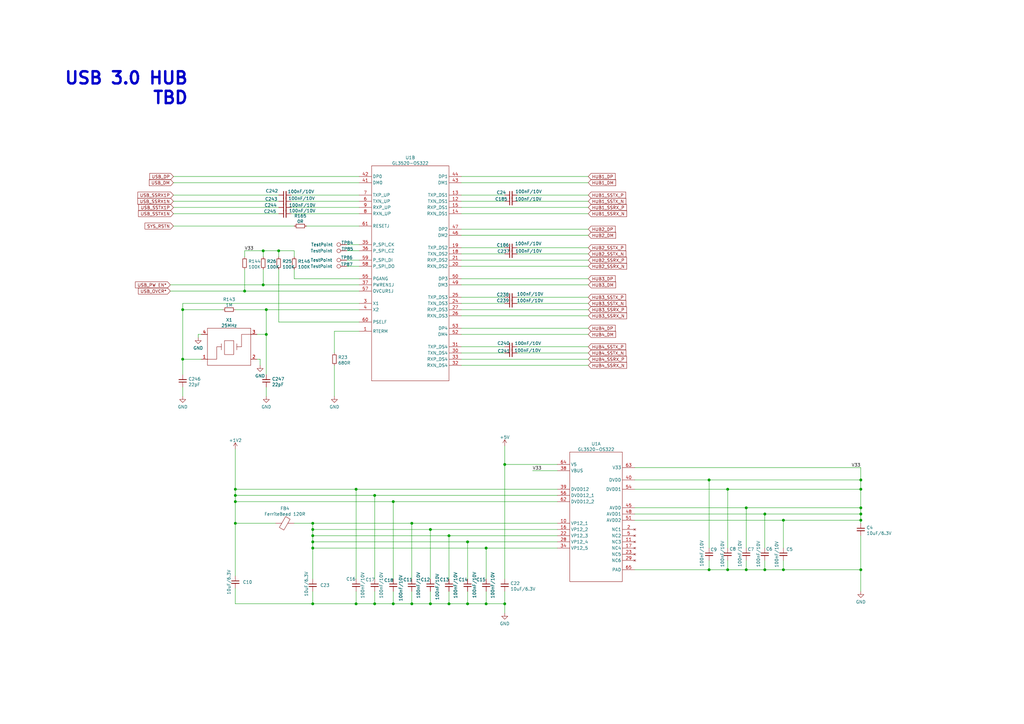
<source format=kicad_sch>
(kicad_sch (version 20210126) (generator eeschema)
  (paper "A3")
  (title_block (title "Beagle V") (date "2021-06-11") (rev "v0.7"))
  (lib_symbols
    (symbol "BeagleV:Crystal"
      (property "Reference" "X" (at -8.255 8.89 0))
      (property "Value" "Crystal" (at 5.715 -8.89 0))
      (symbol "Crystal_0_1"
        (rectangle (start -8.89 7.62) (end 8.89 -7.62) (stroke (width 0.1524)))
        (polyline (pts (xy -3.175 1.27) (xy -3.175 -1.27)) (stroke (width 0.1524)))
        (polyline (pts (xy 3.175 1.27) (xy 3.175 -1.27)) (stroke (width 0.1524)))
        (polyline (pts (xy -8.89 5.08) (xy -5.08 5.08) (xy -5.08 0) (xy -3.175 0)) (stroke (width 0.1524)))
        (polyline (pts (xy 3.175 0) (xy 5.08 0) (xy 5.08 -5.08) (xy 8.89 -5.08)) (stroke (width 0.1524)))
        (polyline (pts (xy -1.905 2.54) (xy -1.905 -3.175) (xy 1.27 -3.175) (xy 1.905 -3.175) (xy 1.905 2.54) (xy -1.905 2.54)) (stroke (width 0.1524)))
      )
      (symbol "Crystal_1_1"
        (pin passive line (at 11.43 -5.08 180) (length 2.54) (name "") (number "1"))
        (pin passive line (at -11.43 -5.08 0) (length 2.54) (name "") (number "2"))
        (pin passive line (at -11.43 5.08 0) (length 2.54) (name "") (number "3"))
        (pin passive line (at 11.43 5.08 180) (length 2.54) (name "") (number "4"))
      )
    )
    (symbol "BeagleV:GL3520-OS322"
      (property "Reference" "U" (at -10.16 21.59 0))
      (property "Value" "GL3520-OS322" (at 6.35 -35.56 0))
      (symbol "GL3520-OS322_1_1"
        (rectangle (start -10.16 20.32) (end 11.43 -32.8) (stroke (width 0.1524)))
        (pin power_in line (at -15.24 -8.89 0) (length 5) (name "VP12_1") (number "10"))
        (pin no_connect line (at 16.51 -16.51 180) (length 5) (name "NC3") (number "11"))
        (pin power_in line (at -15.24 -11.43 0) (length 5) (name "VP12_2") (number "16"))
        (pin no_connect line (at 16.51 -19.05 180) (length 5) (name "NC4") (number "17"))
        (pin no_connect line (at 16.51 -11.43 180) (length 5) (name "NC1") (number "2"))
        (pin power_in line (at -15.24 -13.97 0) (length 5) (name "VP12_3") (number "22"))
        (pin no_connect line (at 16.51 -21.59 180) (length 5) (name "NC5") (number "23"))
        (pin power_in line (at -15.24 -16.51 0) (length 5) (name "VP12_4") (number "28"))
        (pin no_connect line (at 16.51 -24.13 180) (length 5) (name "NC6") (number "29"))
        (pin power_in line (at -15.24 -19.05 0) (length 5) (name "VP12_5") (number "34"))
        (pin power_in line (at -15.24 12.7 0) (length 5) (name "VBUS") (number "38"))
        (pin power_in line (at -15.24 5.08 0) (length 5) (name "DVDD12") (number "39"))
        (pin power_in line (at 16.51 8.89 180) (length 5) (name "DVDD") (number "40"))
        (pin power_in line (at 16.51 -2.54 180) (length 5) (name "AVDD") (number "45"))
        (pin power_in line (at 16.51 -5.08 180) (length 5) (name "AVDD1") (number "48"))
        (pin no_connect line (at 16.51 -13.97 180) (length 5) (name "NC2") (number "5"))
        (pin power_in line (at 16.51 -7.62 180) (length 5) (name "AVDD2") (number "51"))
        (pin power_in line (at 16.51 5.08 180) (length 5) (name "DVDD1") (number "54"))
        (pin power_in line (at -15.24 2.54 0) (length 5) (name "DVDD12_1") (number "56"))
        (pin power_in line (at -15.24 0 0) (length 5) (name "DVDD12_2") (number "62"))
        (pin power_in line (at 16.51 13.97 180) (length 5) (name "V33") (number "63"))
        (pin power_in line (at -15.24 15.24 0) (length 5) (name "V5") (number "64"))
        (pin passive line (at 16.51 -27.94 180) (length 5) (name "PAD") (number "65"))
      )
      (symbol "GL3520-OS322_2_1"
        (rectangle (start -15.24 19.6) (end 16.51 -68.58) (stroke (width 0.1524)))
        (pin input line (at -20.32 -48.26 0) (length 5) (name "RTERM") (number "1"))
        (pin output line (at 21.59 5.08 180) (length 5) (name "TXN_DS1") (number "12"))
        (pin output line (at 21.59 7.62 180) (length 5) (name "TXP_DS1") (number "13"))
        (pin input line (at 21.59 0 180) (length 5) (name "RXN_DS1") (number "14"))
        (pin input line (at 21.59 2.54 180) (length 5) (name "RXP_DS1") (number "15"))
        (pin output line (at 21.59 -16.51 180) (length 5) (name "TXN_DS2") (number "18"))
        (pin output line (at 21.59 -13.97 180) (length 5) (name "TXP_DS2") (number "19"))
        (pin input line (at 21.59 -21.59 180) (length 5) (name "RXN_DS2") (number "20"))
        (pin input line (at 21.59 -19.05 180) (length 5) (name "RXP_DS2") (number "21"))
        (pin output line (at 21.59 -36.83 180) (length 5) (name "TXN_DS3") (number "24"))
        (pin output line (at 21.59 -34.29 180) (length 5) (name "TXP_DS3") (number "25"))
        (pin input line (at 21.59 -41.91 180) (length 5) (name "RXN_DS3") (number "26"))
        (pin input line (at 21.59 -39.37 180) (length 5) (name "RXP_DS3") (number "27"))
        (pin input line (at -20.32 -36.83 0) (length 5) (name "X1") (number "3"))
        (pin output line (at 21.59 -57.15 180) (length 5) (name "TXN_DS4") (number "30"))
        (pin output line (at 21.59 -54.61 180) (length 5) (name "TXP_DS4") (number "31"))
        (pin input line (at 21.59 -62.23 180) (length 5) (name "RXN_DS4") (number "32"))
        (pin input line (at 21.59 -59.69 180) (length 5) (name "RXP_DS4") (number "33"))
        (pin input line (at -20.32 -12.7 0) (length 5) (name "P_SPI_CK") (number "35"))
        (pin input line (at -20.32 -15.24 0) (length 5) (name "P_SPI_CZ") (number "36"))
        (pin input line (at -20.32 -29.21 0) (length 5) (name "PWREN1J") (number "37"))
        (pin input line (at -20.32 -39.37 0) (length 5) (name "X2") (number "4"))
        (pin input line (at -20.32 12.7 0) (length 5) (name "DM0") (number "41"))
        (pin input line (at -20.32 15.24 0) (length 5) (name "DP0") (number "42"))
        (pin input line (at 21.59 12.7 180) (length 5) (name "DM1") (number "43"))
        (pin input line (at 21.59 15.24 180) (length 5) (name "DP1") (number "44"))
        (pin input line (at 21.59 -8.89 180) (length 5) (name "DM2") (number "46"))
        (pin input line (at 21.59 -6.35 180) (length 5) (name "DP2") (number "47"))
        (pin input line (at 21.59 -29.21 180) (length 5) (name "DM3") (number "49"))
        (pin input line (at 21.59 -26.67 180) (length 5) (name "DP3") (number "50"))
        (pin input line (at 21.59 -49.53 180) (length 5) (name "DM4") (number "52"))
        (pin input line (at 21.59 -46.99 180) (length 5) (name "DP4") (number "53"))
        (pin input line (at -20.32 -26.67 0) (length 5) (name "PGANG") (number "55"))
        (pin input line (at -20.32 -31.75 0) (length 5) (name "OVCUR1J") (number "57"))
        (pin input line (at -20.32 -21.59 0) (length 5) (name "P_SPI_DO") (number "58"))
        (pin input line (at -20.32 -19.05 0) (length 5) (name "P_SPI_DI") (number "59"))
        (pin output line (at -20.32 5.08 0) (length 5) (name "TXN_UP") (number "6"))
        (pin input line (at -20.32 -44.45 0) (length 5) (name "PSELF") (number "60"))
        (pin input line (at -20.32 -5.08 0) (length 5) (name "RESETJ") (number "61"))
        (pin output line (at -20.32 7.62 0) (length 5) (name "TXP_UP") (number "7"))
        (pin input line (at -20.32 0 0) (length 5) (name "RXN_UP") (number "8"))
        (pin input line (at -20.32 2.54 0) (length 5) (name "RXP_UP") (number "9"))
      )
    )
    (symbol "Connector:TestPoint" (pin_numbers hide) (pin_names (offset 0.762) hide)
      (property "Reference" "TP" (at 0 6.858 0))
      (property "Value" "TestPoint" (at 0 5.08 0))
      (symbol "TestPoint_0_1"
        (circle (center 0 3.302) (radius 0.762))
      )
      (symbol "TestPoint_1_1"
        (pin passive line (at 0 0 90) (length 2.54) (name "1") (number "1"))
      )
    )
    (symbol "Device:C_Small" (pin_numbers hide) (pin_names (offset 0.254) hide)
      (property "Reference" "C" (at 0.254 1.778 0))
      (property "Value" "C_Small" (at 0.254 -2.032 0))
      (symbol "C_Small_0_1"
        (polyline (pts (xy -1.524 -0.508) (xy 1.524 -0.508)) (stroke (width 0.3302)))
        (polyline (pts (xy -1.524 0.508) (xy 1.524 0.508)) (stroke (width 0.3048)))
      )
      (symbol "C_Small_1_1"
        (pin passive line (at 0 2.54 270) (length 2.032) (name "~") (number "1"))
        (pin passive line (at 0 -2.54 90) (length 2.032) (name "~") (number "2"))
      )
    )
    (symbol "Device:FerriteBead" (pin_numbers hide) (pin_names (offset 0))
      (property "Reference" "FB" (at -3.81 0.635 90))
      (property "Value" "FerriteBead" (at 3.81 0 90))
      (symbol "FerriteBead_0_1"
        (polyline (pts (xy 0 -1.27) (xy 0 -1.2192)))
        (polyline (pts (xy 0 1.27) (xy 0 1.2954)))
        (polyline (pts (xy -2.7686 0.4064) (xy -1.7018 2.2606) (xy 2.7686 -0.3048) (xy 1.6764 -2.159) (xy -2.7686 0.4064)))
      )
      (symbol "FerriteBead_1_1"
        (pin passive line (at 0 3.81 270) (length 2.54) (name "~") (number "1"))
        (pin passive line (at 0 -3.81 90) (length 2.54) (name "~") (number "2"))
      )
    )
    (symbol "Device:R_Small" (pin_numbers hide) (pin_names (offset 0.254) hide)
      (property "Reference" "R" (at 0.762 0.508 0))
      (property "Value" "R_Small" (at 0.762 -1.016 0))
      (symbol "R_Small_0_1"
        (rectangle (start -0.762 1.778) (end 0.762 -1.778) (stroke (width 0.2032)))
      )
      (symbol "R_Small_1_1"
        (pin passive line (at 0 2.54 270) (length 0.762) (name "~") (number "1"))
        (pin passive line (at 0 -2.54 90) (length 0.762) (name "~") (number "2"))
      )
    )
    (symbol "power:+1V2" (power) (pin_names (offset 0))
      (property "Value" "+1V2" (at 0 3.556 0))
      (symbol "+1V2_0_1"
        (polyline (pts (xy -0.762 1.27) (xy 0 2.54)))
        (polyline (pts (xy 0 0) (xy 0 2.54)))
        (polyline (pts (xy 0 2.54) (xy 0.762 1.27)))
      )
      (symbol "+1V2_1_1"
        (pin power_in line (at 0 0 90) (length 0) hide (name "+1V2") (number "1"))
      )
    )
    (symbol "power:+5V" (power) (pin_names (offset 0))
      (property "Value" "+5V" (at 0 3.556 0))
      (symbol "+5V_0_1"
        (polyline (pts (xy -0.762 1.27) (xy 0 2.54)))
        (polyline (pts (xy 0 0) (xy 0 2.54)))
        (polyline (pts (xy 0 2.54) (xy 0.762 1.27)))
      )
      (symbol "+5V_1_1"
        (pin power_in line (at 0 0 90) (length 0) hide (name "+5V") (number "1"))
      )
    )
    (symbol "power:GND" (power) (pin_names (offset 0))
      (property "Value" "GND" (at 0 -3.81 0))
      (symbol "GND_0_1"
        (polyline (pts (xy 0 0) (xy 0 -1.27) (xy 1.27 -1.27) (xy 0 -2.54) (xy -1.27 -1.27) (xy 0 -1.27)))
      )
      (symbol "GND_1_1"
        (pin power_in line (at 0 0 270) (length 0) hide (name "GND") (number "1"))
      )
    )
  )
  (junction (at 74.93 127) (diameter 1.016))
  (junction (at 74.93 147.32) (diameter 1.016))
  (junction (at 96.52 200.66) (diameter 1.016))
  (junction (at 96.52 203.2) (diameter 1.016))
  (junction (at 96.52 205.74) (diameter 1.016))
  (junction (at 96.52 214.63) (diameter 1.016))
  (junction (at 100.33 119.38) (diameter 1.016))
  (junction (at 107.95 102.87) (diameter 1.016))
  (junction (at 107.95 116.84) (diameter 1.016))
  (junction (at 109.22 127) (diameter 1.016))
  (junction (at 109.22 137.16) (diameter 1.016))
  (junction (at 114.3 102.87) (diameter 1.016))
  (junction (at 128.27 214.63) (diameter 1.016))
  (junction (at 128.27 217.17) (diameter 1.016))
  (junction (at 128.27 219.71) (diameter 1.016))
  (junction (at 128.27 222.25) (diameter 1.016))
  (junction (at 128.27 224.79) (diameter 1.016))
  (junction (at 128.27 247.65) (diameter 1.016))
  (junction (at 146.05 200.66) (diameter 1.016))
  (junction (at 146.05 247.65) (diameter 1.016))
  (junction (at 153.67 203.2) (diameter 1.016))
  (junction (at 153.67 247.65) (diameter 1.016))
  (junction (at 161.29 205.74) (diameter 1.016))
  (junction (at 161.29 247.65) (diameter 1.016))
  (junction (at 168.91 214.63) (diameter 1.016))
  (junction (at 168.91 247.65) (diameter 1.016))
  (junction (at 176.53 217.17) (diameter 1.016))
  (junction (at 176.53 247.65) (diameter 1.016))
  (junction (at 184.15 219.71) (diameter 1.016))
  (junction (at 184.15 247.65) (diameter 1.016))
  (junction (at 191.77 222.25) (diameter 1.016))
  (junction (at 191.77 247.65) (diameter 1.016))
  (junction (at 199.39 224.79) (diameter 1.016))
  (junction (at 199.39 247.65) (diameter 1.016))
  (junction (at 207.01 190.5) (diameter 1.016))
  (junction (at 207.01 247.65) (diameter 1.016))
  (junction (at 290.83 196.85) (diameter 1.016))
  (junction (at 290.83 233.68) (diameter 1.016))
  (junction (at 298.45 200.66) (diameter 1.016))
  (junction (at 298.45 233.68) (diameter 1.016))
  (junction (at 306.07 208.28) (diameter 1.016))
  (junction (at 306.07 233.68) (diameter 1.016))
  (junction (at 313.69 210.82) (diameter 1.016))
  (junction (at 313.69 233.68) (diameter 1.016))
  (junction (at 321.31 213.36) (diameter 1.016))
  (junction (at 321.31 233.68) (diameter 1.016))
  (junction (at 353.06 196.85) (diameter 1.016))
  (junction (at 353.06 200.66) (diameter 1.016))
  (junction (at 353.06 208.28) (diameter 1.016))
  (junction (at 353.06 210.82) (diameter 1.016))
  (junction (at 353.06 213.36) (diameter 1.016))
  (junction (at 353.06 233.68) (diameter 1.016))
  (wire (pts (xy 69.85 116.84) (xy 107.95 116.84)))
  (wire (pts (xy 71.12 72.39) (xy 147.32 72.39)))
  (wire (pts (xy 71.12 74.93) (xy 147.32 74.93)))
  (wire (pts (xy 71.12 80.01) (xy 114.3 80.01)))
  (wire (pts (xy 71.12 82.55) (xy 114.3 82.55)))
  (wire (pts (xy 71.12 85.09) (xy 114.3 85.09)))
  (wire (pts (xy 71.12 87.63) (xy 114.3 87.63)))
  (wire (pts (xy 71.12 92.71) (xy 120.65 92.71)))
  (wire (pts (xy 74.93 124.46) (xy 74.93 127)))
  (wire (pts (xy 74.93 127) (xy 74.93 147.32)))
  (wire (pts (xy 74.93 147.32) (xy 74.93 153.67)))
  (wire (pts (xy 74.93 147.32) (xy 82.55 147.32)))
  (wire (pts (xy 74.93 158.75) (xy 74.93 162.56)))
  (wire (pts (xy 81.28 137.16) (xy 81.28 138.43)))
  (wire (pts (xy 82.55 137.16) (xy 81.28 137.16)))
  (wire (pts (xy 91.44 127) (xy 74.93 127)))
  (wire (pts (xy 96.52 127) (xy 109.22 127)))
  (wire (pts (xy 96.52 184.15) (xy 96.52 200.66)))
  (wire (pts (xy 96.52 200.66) (xy 96.52 203.2)))
  (wire (pts (xy 96.52 200.66) (xy 146.05 200.66)))
  (wire (pts (xy 96.52 203.2) (xy 96.52 205.74)))
  (wire (pts (xy 96.52 203.2) (xy 153.67 203.2)))
  (wire (pts (xy 96.52 205.74) (xy 96.52 214.63)))
  (wire (pts (xy 96.52 205.74) (xy 161.29 205.74)))
  (wire (pts (xy 96.52 214.63) (xy 96.52 236.22)))
  (wire (pts (xy 96.52 214.63) (xy 113.03 214.63)))
  (wire (pts (xy 96.52 247.65) (xy 96.52 241.3)))
  (wire (pts (xy 100.33 102.87) (xy 107.95 102.87)))
  (wire (pts (xy 100.33 105.41) (xy 100.33 102.87)))
  (wire (pts (xy 100.33 110.49) (xy 100.33 119.38)))
  (wire (pts (xy 100.33 119.38) (xy 69.85 119.38)))
  (wire (pts (xy 105.41 147.32) (xy 106.68 147.32)))
  (wire (pts (xy 106.68 147.32) (xy 106.68 149.86)))
  (wire (pts (xy 107.95 102.87) (xy 107.95 105.41)))
  (wire (pts (xy 107.95 102.87) (xy 114.3 102.87)))
  (wire (pts (xy 107.95 110.49) (xy 107.95 116.84)))
  (wire (pts (xy 107.95 116.84) (xy 147.32 116.84)))
  (wire (pts (xy 109.22 127) (xy 109.22 137.16)))
  (wire (pts (xy 109.22 127) (xy 147.32 127)))
  (wire (pts (xy 109.22 137.16) (xy 105.41 137.16)))
  (wire (pts (xy 109.22 137.16) (xy 109.22 153.67)))
  (wire (pts (xy 109.22 158.75) (xy 109.22 162.56)))
  (wire (pts (xy 114.3 102.87) (xy 114.3 105.41)))
  (wire (pts (xy 114.3 102.87) (xy 120.65 102.87)))
  (wire (pts (xy 114.3 110.49) (xy 114.3 132.08)))
  (wire (pts (xy 114.3 132.08) (xy 147.32 132.08)))
  (wire (pts (xy 119.38 80.01) (xy 147.32 80.01)))
  (wire (pts (xy 119.38 82.55) (xy 147.32 82.55)))
  (wire (pts (xy 119.38 85.09) (xy 147.32 85.09)))
  (wire (pts (xy 119.38 87.63) (xy 147.32 87.63)))
  (wire (pts (xy 120.65 102.87) (xy 120.65 105.41)))
  (wire (pts (xy 120.65 110.49) (xy 120.65 114.3)))
  (wire (pts (xy 120.65 114.3) (xy 147.32 114.3)))
  (wire (pts (xy 120.65 214.63) (xy 128.27 214.63)))
  (wire (pts (xy 125.73 92.71) (xy 147.32 92.71)))
  (wire (pts (xy 128.27 214.63) (xy 168.91 214.63)))
  (wire (pts (xy 128.27 217.17) (xy 128.27 214.63)))
  (wire (pts (xy 128.27 219.71) (xy 128.27 217.17)))
  (wire (pts (xy 128.27 219.71) (xy 128.27 222.25)))
  (wire (pts (xy 128.27 224.79) (xy 128.27 222.25)))
  (wire (pts (xy 128.27 224.79) (xy 128.27 237.49)))
  (wire (pts (xy 128.27 242.57) (xy 128.27 247.65)))
  (wire (pts (xy 128.27 247.65) (xy 96.52 247.65)))
  (wire (pts (xy 137.16 135.89) (xy 137.16 144.78)))
  (wire (pts (xy 137.16 149.86) (xy 137.16 162.56)))
  (wire (pts (xy 142.24 100.33) (xy 147.32 100.33)))
  (wire (pts (xy 142.24 102.87) (xy 147.32 102.87)))
  (wire (pts (xy 142.24 106.68) (xy 147.32 106.68)))
  (wire (pts (xy 142.24 109.22) (xy 147.32 109.22)))
  (wire (pts (xy 146.05 200.66) (xy 146.05 237.49)))
  (wire (pts (xy 146.05 200.66) (xy 228.6 200.66)))
  (wire (pts (xy 146.05 242.57) (xy 146.05 247.65)))
  (wire (pts (xy 146.05 247.65) (xy 128.27 247.65)))
  (wire (pts (xy 147.32 119.38) (xy 100.33 119.38)))
  (wire (pts (xy 147.32 124.46) (xy 74.93 124.46)))
  (wire (pts (xy 147.32 135.89) (xy 137.16 135.89)))
  (wire (pts (xy 153.67 203.2) (xy 153.67 237.49)))
  (wire (pts (xy 153.67 203.2) (xy 228.6 203.2)))
  (wire (pts (xy 153.67 242.57) (xy 153.67 247.65)))
  (wire (pts (xy 153.67 247.65) (xy 146.05 247.65)))
  (wire (pts (xy 161.29 205.74) (xy 161.29 237.49)))
  (wire (pts (xy 161.29 205.74) (xy 228.6 205.74)))
  (wire (pts (xy 161.29 242.57) (xy 161.29 247.65)))
  (wire (pts (xy 161.29 247.65) (xy 153.67 247.65)))
  (wire (pts (xy 168.91 214.63) (xy 168.91 237.49)))
  (wire (pts (xy 168.91 214.63) (xy 228.6 214.63)))
  (wire (pts (xy 168.91 242.57) (xy 168.91 247.65)))
  (wire (pts (xy 168.91 247.65) (xy 161.29 247.65)))
  (wire (pts (xy 176.53 217.17) (xy 128.27 217.17)))
  (wire (pts (xy 176.53 217.17) (xy 176.53 237.49)))
  (wire (pts (xy 176.53 242.57) (xy 176.53 247.65)))
  (wire (pts (xy 176.53 247.65) (xy 168.91 247.65)))
  (wire (pts (xy 184.15 219.71) (xy 128.27 219.71)))
  (wire (pts (xy 184.15 219.71) (xy 184.15 237.49)))
  (wire (pts (xy 184.15 242.57) (xy 184.15 247.65)))
  (wire (pts (xy 184.15 247.65) (xy 176.53 247.65)))
  (wire (pts (xy 189.23 72.39) (xy 241.3 72.39)))
  (wire (pts (xy 189.23 74.93) (xy 241.3 74.93)))
  (wire (pts (xy 189.23 80.01) (xy 207.01 80.01)))
  (wire (pts (xy 189.23 82.55) (xy 207.01 82.55)))
  (wire (pts (xy 189.23 85.09) (xy 241.3 85.09)))
  (wire (pts (xy 189.23 87.63) (xy 241.3 87.63)))
  (wire (pts (xy 189.23 93.98) (xy 241.3 93.98)))
  (wire (pts (xy 189.23 96.52) (xy 241.3 96.52)))
  (wire (pts (xy 189.23 101.6) (xy 207.01 101.6)))
  (wire (pts (xy 189.23 104.14) (xy 207.01 104.14)))
  (wire (pts (xy 189.23 106.68) (xy 241.3 106.68)))
  (wire (pts (xy 189.23 109.22) (xy 241.3 109.22)))
  (wire (pts (xy 189.23 114.3) (xy 241.3 114.3)))
  (wire (pts (xy 189.23 116.84) (xy 241.3 116.84)))
  (wire (pts (xy 189.23 121.92) (xy 207.01 121.92)))
  (wire (pts (xy 189.23 124.46) (xy 207.01 124.46)))
  (wire (pts (xy 189.23 127) (xy 241.3 127)))
  (wire (pts (xy 189.23 129.54) (xy 241.3 129.54)))
  (wire (pts (xy 189.23 134.62) (xy 241.3 134.62)))
  (wire (pts (xy 189.23 137.16) (xy 241.3 137.16)))
  (wire (pts (xy 189.23 142.24) (xy 207.01 142.24)))
  (wire (pts (xy 189.23 144.78) (xy 207.01 144.78)))
  (wire (pts (xy 189.23 147.32) (xy 241.3 147.32)))
  (wire (pts (xy 189.23 149.86) (xy 241.3 149.86)))
  (wire (pts (xy 191.77 222.25) (xy 128.27 222.25)))
  (wire (pts (xy 191.77 222.25) (xy 191.77 237.49)))
  (wire (pts (xy 191.77 242.57) (xy 191.77 247.65)))
  (wire (pts (xy 191.77 247.65) (xy 184.15 247.65)))
  (wire (pts (xy 199.39 224.79) (xy 128.27 224.79)))
  (wire (pts (xy 199.39 224.79) (xy 199.39 237.49)))
  (wire (pts (xy 199.39 242.57) (xy 199.39 247.65)))
  (wire (pts (xy 199.39 247.65) (xy 191.77 247.65)))
  (wire (pts (xy 207.01 182.88) (xy 207.01 190.5)))
  (wire (pts (xy 207.01 190.5) (xy 207.01 237.49)))
  (wire (pts (xy 207.01 242.57) (xy 207.01 247.65)))
  (wire (pts (xy 207.01 247.65) (xy 199.39 247.65)))
  (wire (pts (xy 207.01 247.65) (xy 207.01 251.46)))
  (wire (pts (xy 212.09 80.01) (xy 241.3 80.01)))
  (wire (pts (xy 212.09 82.55) (xy 241.3 82.55)))
  (wire (pts (xy 212.09 101.6) (xy 241.3 101.6)))
  (wire (pts (xy 212.09 104.14) (xy 241.3 104.14)))
  (wire (pts (xy 212.09 121.92) (xy 241.3 121.92)))
  (wire (pts (xy 212.09 124.46) (xy 241.3 124.46)))
  (wire (pts (xy 212.09 142.24) (xy 241.3 142.24)))
  (wire (pts (xy 212.09 144.78) (xy 241.3 144.78)))
  (wire (pts (xy 218.44 193.04) (xy 228.6 193.04)))
  (wire (pts (xy 228.6 190.5) (xy 207.01 190.5)))
  (wire (pts (xy 228.6 217.17) (xy 176.53 217.17)))
  (wire (pts (xy 228.6 219.71) (xy 184.15 219.71)))
  (wire (pts (xy 228.6 222.25) (xy 191.77 222.25)))
  (wire (pts (xy 228.6 224.79) (xy 199.39 224.79)))
  (wire (pts (xy 260.35 191.77) (xy 353.06 191.77)))
  (wire (pts (xy 260.35 196.85) (xy 290.83 196.85)))
  (wire (pts (xy 260.35 200.66) (xy 298.45 200.66)))
  (wire (pts (xy 260.35 208.28) (xy 306.07 208.28)))
  (wire (pts (xy 260.35 210.82) (xy 313.69 210.82)))
  (wire (pts (xy 260.35 213.36) (xy 321.31 213.36)))
  (wire (pts (xy 260.35 233.68) (xy 290.83 233.68)))
  (wire (pts (xy 290.83 196.85) (xy 290.83 224.79)))
  (wire (pts (xy 290.83 196.85) (xy 353.06 196.85)))
  (wire (pts (xy 290.83 229.87) (xy 290.83 233.68)))
  (wire (pts (xy 290.83 233.68) (xy 298.45 233.68)))
  (wire (pts (xy 298.45 200.66) (xy 298.45 224.79)))
  (wire (pts (xy 298.45 200.66) (xy 353.06 200.66)))
  (wire (pts (xy 298.45 229.87) (xy 298.45 233.68)))
  (wire (pts (xy 298.45 233.68) (xy 306.07 233.68)))
  (wire (pts (xy 306.07 208.28) (xy 306.07 224.79)))
  (wire (pts (xy 306.07 208.28) (xy 353.06 208.28)))
  (wire (pts (xy 306.07 229.87) (xy 306.07 233.68)))
  (wire (pts (xy 306.07 233.68) (xy 313.69 233.68)))
  (wire (pts (xy 313.69 210.82) (xy 353.06 210.82)))
  (wire (pts (xy 313.69 224.79) (xy 313.69 210.82)))
  (wire (pts (xy 313.69 229.87) (xy 313.69 233.68)))
  (wire (pts (xy 313.69 233.68) (xy 321.31 233.68)))
  (wire (pts (xy 321.31 213.36) (xy 321.31 224.79)))
  (wire (pts (xy 321.31 213.36) (xy 353.06 213.36)))
  (wire (pts (xy 321.31 229.87) (xy 321.31 233.68)))
  (wire (pts (xy 321.31 233.68) (xy 353.06 233.68)))
  (wire (pts (xy 353.06 191.77) (xy 353.06 196.85)))
  (wire (pts (xy 353.06 196.85) (xy 353.06 200.66)))
  (wire (pts (xy 353.06 200.66) (xy 353.06 208.28)))
  (wire (pts (xy 353.06 208.28) (xy 353.06 210.82)))
  (wire (pts (xy 353.06 210.82) (xy 353.06 213.36)))
  (wire (pts (xy 353.06 213.36) (xy 353.06 214.63)))
  (wire (pts (xy 353.06 219.71) (xy 353.06 233.68)))
  (wire (pts (xy 353.06 233.68) (xy 353.06 242.57)))
  (text "USB 3.0 HUB\nTBD" (at 77.47 43.18 180) (effects (font (size 5 5) (thickness 1) bold) (justify right bottom)))
  (label "V33" (at 100.33 102.87 0))
  (label "V33" (at 218.44 193.04 0))
  (label "V33" (at 349.25 191.77 0))
  (global_label "USB_PW EN*" (shape input) (at 69.85 116.84 180) (property "Intersheet References" "${INTERSHEET_REFS}" (effects hide)))
  (global_label "USB_OVCR*" (shape input) (at 69.85 119.38 180) (property "Intersheet References" "${INTERSHEET_REFS}" (effects hide)))
  (global_label "USB_DP" (shape input) (at 71.12 72.39 180) (property "Intersheet References" "${INTERSHEET_REFS}" (effects hide)))
  (global_label "USB_DM" (shape input) (at 71.12 74.93 180) (property "Intersheet References" "${INTERSHEET_REFS}" (effects hide)))
  (global_label "USB_SSRX1P" (shape input) (at 71.12 80.01 180) (property "Intersheet References" "${INTERSHEET_REFS}" (effects hide)))
  (global_label "USB_SSRX1N" (shape input) (at 71.12 82.55 180) (property "Intersheet References" "${INTERSHEET_REFS}" (effects hide)))
  (global_label "USB_SSTX1P" (shape input) (at 71.12 85.09 180) (property "Intersheet References" "${INTERSHEET_REFS}" (effects hide)))
  (global_label "USB_SSTX1N" (shape input) (at 71.12 87.63 180) (property "Intersheet References" "${INTERSHEET_REFS}" (effects hide)))
  (global_label "SYS_RSTN" (shape input) (at 71.12 92.71 180) (property "Intersheet References" "${INTERSHEET_REFS}" (effects hide)))
  (global_label "HUB1_DP" (shape input) (at 241.3 72.39 0) (property "Intersheet References" "${INTERSHEET_REFS}" (effects hide)))
  (global_label "HUB1_DM" (shape input) (at 241.3 74.93 0) (property "Intersheet References" "${INTERSHEET_REFS}" (effects hide)))
  (global_label "HUB1_SSTX_P" (shape input) (at 241.3 80.01 0) (property "Intersheet References" "${INTERSHEET_REFS}" (effects hide)))
  (global_label "HUB1_SSTX_N" (shape input) (at 241.3 82.55 0) (property "Intersheet References" "${INTERSHEET_REFS}" (effects hide)))
  (global_label "HUB1_SSRX_P" (shape input) (at 241.3 85.09 0) (property "Intersheet References" "${INTERSHEET_REFS}" (effects hide)))
  (global_label "HUB1_SSRX_N" (shape input) (at 241.3 87.63 0) (property "Intersheet References" "${INTERSHEET_REFS}" (effects hide)))
  (global_label "HUB2_DP" (shape input) (at 241.3 93.98 0) (property "Intersheet References" "${INTERSHEET_REFS}" (effects hide)))
  (global_label "HUB2_DM" (shape input) (at 241.3 96.52 0) (property "Intersheet References" "${INTERSHEET_REFS}" (effects hide)))
  (global_label "HUB2_SSTX_P" (shape input) (at 241.3 101.6 0) (property "Intersheet References" "${INTERSHEET_REFS}" (effects hide)))
  (global_label "HUB2_SSTX_N" (shape input) (at 241.3 104.14 0) (property "Intersheet References" "${INTERSHEET_REFS}" (effects hide)))
  (global_label "HUB2_SSRX_P" (shape input) (at 241.3 106.68 0) (property "Intersheet References" "${INTERSHEET_REFS}" (effects hide)))
  (global_label "HUB2_SSRX_N" (shape input) (at 241.3 109.22 0) (property "Intersheet References" "${INTERSHEET_REFS}" (effects hide)))
  (global_label "HUB3_DP" (shape input) (at 241.3 114.3 0) (property "Intersheet References" "${INTERSHEET_REFS}" (effects hide)))
  (global_label "HUB3_DM" (shape input) (at 241.3 116.84 0) (property "Intersheet References" "${INTERSHEET_REFS}" (effects hide)))
  (global_label "HUB3_SSTX_P" (shape input) (at 241.3 121.92 0) (property "Intersheet References" "${INTERSHEET_REFS}" (effects hide)))
  (global_label "HUB3_SSTX_N" (shape input) (at 241.3 124.46 0) (property "Intersheet References" "${INTERSHEET_REFS}" (effects hide)))
  (global_label "HUB3_SSRX_P" (shape input) (at 241.3 127 0) (property "Intersheet References" "${INTERSHEET_REFS}" (effects hide)))
  (global_label "HUB3_SSRX_N" (shape input) (at 241.3 129.54 0) (property "Intersheet References" "${INTERSHEET_REFS}" (effects hide)))
  (global_label "HUB4_DP" (shape input) (at 241.3 134.62 0) (property "Intersheet References" "${INTERSHEET_REFS}" (effects hide)))
  (global_label "HUB4_DM" (shape input) (at 241.3 137.16 0) (property "Intersheet References" "${INTERSHEET_REFS}" (effects hide)))
  (global_label "HUB4_SSTX_P" (shape input) (at 241.3 142.24 0) (property "Intersheet References" "${INTERSHEET_REFS}" (effects hide)))
  (global_label "HUB4_SSTX_N" (shape input) (at 241.3 144.78 0) (property "Intersheet References" "${INTERSHEET_REFS}" (effects hide)))
  (global_label "HUB4_SSRX_P" (shape input) (at 241.3 147.32 0) (property "Intersheet References" "${INTERSHEET_REFS}" (effects hide)))
  (global_label "HUB4_SSRX_N" (shape input) (at 241.3 149.86 0) (property "Intersheet References" "${INTERSHEET_REFS}" (effects hide)))
  (symbol (lib_id "power:+1V2") (at 96.52 184.15 0) (unit 1)
    (property "Reference" "#PWR0416" (effects hide))
    (property "Value" "+1V2" (at 96.52 180.6026 0))
  )
  (symbol (lib_id "power:+5V") (at 207.01 182.88 0) (unit 1)
    (property "Reference" "#PWR0417" (effects hide))
    (property "Value" "+5V" (at 207.01 179.3326 0))
  )
  (symbol (lib_id "Connector:TestPoint") (at 142.24 100.33 90) (unit 1)
    (property "Reference" "TP84" (at 142.4305 99.5638 90))
    (property "Value" "TestPoint" (at 132.0165 100.3385 90))
  )
  (symbol (lib_id "Connector:TestPoint") (at 142.24 102.87 90) (unit 1)
    (property "Reference" "TP85" (at 142.494 102.108 90))
    (property "Value" "TestPoint" (at 131.826 102.87 90))
  )
  (symbol (lib_id "Connector:TestPoint") (at 142.24 106.68 90) (unit 1)
    (property "Reference" "TP86" (at 142.24 105.664 90))
    (property "Value" "TestPoint" (at 131.826 106.68 90))
  )
  (symbol (lib_id "Connector:TestPoint") (at 142.24 109.22 90) (unit 1)
    (property "Reference" "TP87" (at 142.24 108.458 90))
    (property "Value" "TestPoint" (at 131.826 109.22 90))
  )
  (symbol (lib_id "power:GND") (at 74.93 162.56 0) (unit 1)
    (property "Reference" "#PWR0411" (effects hide))
    (property "Value" "GND" (at 74.93 166.8844 0))
  )
  (symbol (lib_id "power:GND") (at 81.28 138.43 0) (unit 1)
    (property "Reference" "#PWR0412" (effects hide))
    (property "Value" "GND" (at 81.28 142.7544 0))
  )
  (symbol (lib_id "power:GND") (at 106.68 149.86 0) (unit 1)
    (property "Reference" "#PWR0415" (effects hide))
    (property "Value" "GND" (at 106.68 154.1844 0))
  )
  (symbol (lib_id "power:GND") (at 109.22 162.56 0) (unit 1)
    (property "Reference" "#PWR0414" (effects hide))
    (property "Value" "GND" (at 109.22 166.8844 0))
  )
  (symbol (lib_id "power:GND") (at 137.16 162.56 0) (unit 1)
    (property "Reference" "#PWR0413" (effects hide))
    (property "Value" "GND" (at 137.16 166.8844 0))
  )
  (symbol (lib_id "power:GND") (at 207.01 251.46 0) (unit 1)
    (property "Reference" "#PWR0418" (effects hide))
    (property "Value" "GND" (at 207.01 255.7844 0))
  )
  (symbol (lib_id "power:GND") (at 353.06 242.57 0) (unit 1)
    (property "Reference" "#PWR0419" (effects hide))
    (property "Value" "GND" (at 353.06 246.8944 0))
  )
  (symbol (lib_id "Device:R_Small") (at 93.98 127 90) (unit 1)
    (property "Reference" "R143" (at 93.98 122.8302 90))
    (property "Value" "1M" (at 93.98 125.1289 90))
    (property "Footprint" "Resistor_SMD:R_0402_1005Metric" (effects hide))
  )
  (symbol (lib_id "Device:R_Small") (at 100.33 107.95 180) (unit 1)
    (property "Reference" "R144" (at 101.8287 107.1891 0) (effects (justify right)))
    (property "Value" "100K" (at 101.8287 109.4878 0) (effects (justify right)))
    (property "Footprint" "Resistor_SMD:R_0402_1005Metric" (effects hide))
  )
  (symbol (lib_id "Device:R_Small") (at 107.95 107.95 180) (unit 1)
    (property "Reference" "R26" (at 109.4487 107.1891 0) (effects (justify right)))
    (property "Value" "100K" (at 109.4487 109.4878 0) (effects (justify right)))
    (property "Footprint" "Resistor_SMD:R_0402_1005Metric" (effects hide))
  )
  (symbol (lib_id "Device:R_Small") (at 114.3 107.95 180) (unit 1)
    (property "Reference" "R25" (at 115.7987 107.1891 0) (effects (justify right)))
    (property "Value" "100K" (at 115.7987 109.4878 0) (effects (justify right)))
    (property "Footprint" "Resistor_SMD:R_0402_1005Metric" (effects hide))
  )
  (symbol (lib_id "Device:R_Small") (at 120.65 107.95 180) (unit 1)
    (property "Reference" "R146" (at 122.1487 107.1891 0) (effects (justify right)))
    (property "Value" "100K" (at 122.1487 109.4878 0) (effects (justify right)))
    (property "Footprint" "Resistor_SMD:R_0402_1005Metric" (effects hide))
  )
  (symbol (lib_id "Device:R_Small") (at 123.19 92.71 270) (unit 1)
    (property "Reference" "R165" (at 123.19 88.5402 90))
    (property "Value" "0R" (at 123.19 90.8389 90))
    (property "Footprint" "Resistor_SMD:R_0402_1005Metric" (effects hide))
  )
  (symbol (lib_id "Device:R_Small") (at 137.16 147.32 180) (unit 1)
    (property "Reference" "R23" (at 138.6587 146.5591 0) (effects (justify right)))
    (property "Value" "680R" (at 138.6587 148.8578 0) (effects (justify right)))
    (property "Footprint" "Resistor_SMD:R_0402_1005Metric" (effects hide))
  )
  (symbol (lib_id "Device:C_Small") (at 74.93 156.21 180) (unit 1)
    (property "Reference" "C246" (at 77.2542 155.4491 0) (effects (justify right)))
    (property "Value" "22pF" (at 77.2542 157.7478 0) (effects (justify right)))
    (property "Footprint" "Capacitor_SMD:C_0402_1005Metric" (effects hide))
  )
  (symbol (lib_id "Device:C_Small") (at 96.52 238.76 0) (unit 1)
    (property "Reference" "C10" (at 101.5153 238.76 0))
    (property "Value" "10uF/6.3V" (at 93.8826 238.76 90))
    (property "Footprint" "Capacitor_SMD:C_0402_1005Metric" (effects hide))
  )
  (symbol (lib_id "Device:C_Small") (at 109.22 156.21 180) (unit 1)
    (property "Reference" "C247" (at 111.5442 155.4491 0) (effects (justify right)))
    (property "Value" "22pF" (at 111.5442 157.7478 0) (effects (justify right)))
    (property "Footprint" "Capacitor_SMD:C_0402_1005Metric" (effects hide))
  )
  (symbol (lib_id "Device:C_Small") (at 116.84 80.01 90) (unit 1)
    (property "Reference" "C242" (at 111.506 78.3167 90))
    (property "Value" "100nF/10V" (at 123.444 78.5834 90))
    (property "Footprint" "Capacitor_SMD:C_0201_0603Metric" (effects hide))
  )
  (symbol (lib_id "Device:C_Small") (at 116.84 82.55 90) (unit 1)
    (property "Reference" "C243" (at 111.252 81.6187 90))
    (property "Value" "100nF/10V" (at 123.698 81.3774 90))
    (property "Footprint" "Capacitor_SMD:C_0201_0603Metric" (effects hide))
  )
  (symbol (lib_id "Device:C_Small") (at 116.84 85.09 90) (unit 1)
    (property "Reference" "C244" (at 110.998 84.1587 90))
    (property "Value" "100nF/10V" (at 123.952 84.1714 90))
    (property "Footprint" "Capacitor_SMD:C_0201_0603Metric" (effects hide))
  )
  (symbol (lib_id "Device:C_Small") (at 116.84 87.63 90) (unit 1)
    (property "Reference" "C245" (at 110.744 86.6987 90))
    (property "Value" "100nF/10V" (at 123.952 86.4574 90))
    (property "Footprint" "Capacitor_SMD:C_0201_0603Metric" (effects hide))
  )
  (symbol (lib_id "Device:C_Small") (at 128.27 240.03 0) (unit 1)
    (property "Reference" "C23" (at 133.2653 240.03 0))
    (property "Value" "10uF/6.3V" (at 125.6326 239.522 90))
    (property "Footprint" "Capacitor_SMD:C_0402_1005Metric" (effects hide))
  )
  (symbol (lib_id "Device:C_Small") (at 146.05 240.03 0) (unit 1)
    (property "Reference" "C16" (at 143.9333 237.49 0))
    (property "Value" "100nF/10V" (at 148.7466 240.03 90))
    (property "Footprint" "Capacitor_SMD:C_0201_0603Metric" (effects hide))
  )
  (symbol (lib_id "Device:C_Small") (at 153.67 240.03 0) (unit 1)
    (property "Reference" "C17" (at 151.8073 237.744 0))
    (property "Value" "100nF/10V" (at 156.3666 240.03 90))
    (property "Footprint" "Capacitor_SMD:C_0201_0603Metric" (effects hide))
  )
  (symbol (lib_id "Device:C_Small") (at 161.29 240.03 0) (unit 1)
    (property "Reference" "C18" (at 157.5182 237.9991 0) (effects (justify left)))
    (property "Value" "100nF/10V" (at 164.3762 246.6478 90) (effects (justify left)))
    (property "Footprint" "Capacitor_SMD:C_0201_0603Metric" (effects hide))
  )
  (symbol (lib_id "Device:C_Small") (at 168.91 240.03 0) (unit 1)
    (property "Reference" "C11" (at 167.3013 237.744 0))
    (property "Value" "100nF/10V" (at 171.6066 240.03 90))
    (property "Footprint" "Capacitor_SMD:C_0201_0603Metric" (effects hide))
  )
  (symbol (lib_id "Device:C_Small") (at 176.53 240.03 0) (unit 1)
    (property "Reference" "C12" (at 172.5042 237.7451 0) (effects (justify left)))
    (property "Value" "100nF/10V" (at 179.3622 246.1398 90) (effects (justify left)))
    (property "Footprint" "Capacitor_SMD:C_0201_0603Metric" (effects hide))
  )
  (symbol (lib_id "Device:C_Small") (at 184.15 240.03 0) (unit 1)
    (property "Reference" "C13" (at 182.2873 237.744 0))
    (property "Value" "100nF/10V" (at 186.8466 240.03 90))
    (property "Footprint" "Capacitor_SMD:C_0201_0603Metric" (effects hide))
  )
  (symbol (lib_id "Device:C_Small") (at 191.77 240.03 0) (unit 1)
    (property "Reference" "C14" (at 187.9982 237.7451 0) (effects (justify left)))
    (property "Value" "100nF/10V" (at 194.6022 245.3778 90) (effects (justify left)))
    (property "Footprint" "Capacitor_SMD:C_0201_0603Metric" (effects hide))
  )
  (symbol (lib_id "Device:C_Small") (at 199.39 240.03 0) (unit 1)
    (property "Reference" "C15" (at 197.2733 237.744 0))
    (property "Value" "100nF/10V" (at 202.0866 240.03 90))
    (property "Footprint" "Capacitor_SMD:C_0201_0603Metric" (effects hide))
  )
  (symbol (lib_id "Device:C_Small") (at 207.01 240.03 0) (unit 1)
    (property "Reference" "C22" (at 209.3342 239.2691 0) (effects (justify left)))
    (property "Value" "10uF/6.3V" (at 209.3342 241.5678 0) (effects (justify left)))
    (property "Footprint" "Capacitor_SMD:C_0402_1005Metric" (effects hide))
  )
  (symbol (lib_id "Device:C_Small") (at 209.55 80.01 90) (unit 1)
    (property "Reference" "C24" (at 205.613 78.9517 90))
    (property "Value" "100nF/10V" (at 216.789 78.5834 90))
    (property "Footprint" "Capacitor_SMD:C_0201_0603Metric" (effects hide))
  )
  (symbol (lib_id "Device:C_Small") (at 209.55 82.55 90) (unit 1)
    (property "Reference" "C185" (at 205.613 81.6187 90))
    (property "Value" "100nF/10V" (at 216.662 81.6314 90))
    (property "Footprint" "Capacitor_SMD:C_0201_0603Metric" (effects hide))
  )
  (symbol (lib_id "Device:C_Small") (at 209.55 101.6 90) (unit 1)
    (property "Reference" "C186" (at 206.248 100.5417 90))
    (property "Value" "100nF/10V" (at 216.662 99.9194 90))
    (property "Footprint" "Capacitor_SMD:C_0201_0603Metric" (effects hide))
  )
  (symbol (lib_id "Device:C_Small") (at 209.55 104.14 90) (unit 1)
    (property "Reference" "C237" (at 206.502 103.0817 90))
    (property "Value" "100nF/10V" (at 216.789 102.9674 90))
    (property "Footprint" "Capacitor_SMD:C_0201_0603Metric" (effects hide))
  )
  (symbol (lib_id "Device:C_Small") (at 209.55 121.92 90) (unit 1)
    (property "Reference" "C238" (at 206.248 120.8617 90))
    (property "Value" "100nF/10V" (at 217.424 120.6204 90))
    (property "Footprint" "Capacitor_SMD:C_0201_0603Metric" (effects hide))
  )
  (symbol (lib_id "Device:C_Small") (at 209.55 124.46 90) (unit 1)
    (property "Reference" "C239" (at 206.248 123.2747 90))
    (property "Value" "100nF/10V" (at 217.424 123.2874 90))
    (property "Footprint" "Capacitor_SMD:C_0201_0603Metric" (effects hide))
  )
  (symbol (lib_id "Device:C_Small") (at 209.55 142.24 90) (unit 1)
    (property "Reference" "C240" (at 206.502 140.8007 90))
    (property "Value" "100nF/10V" (at 216.535 140.8134 90))
    (property "Footprint" "Capacitor_SMD:C_0201_0603Metric" (effects hide))
  )
  (symbol (lib_id "Device:C_Small") (at 209.55 144.78 90) (unit 1)
    (property "Reference" "C241" (at 206.629 143.9757 90))
    (property "Value" "100nF/10V" (at 216.408 143.7344 90))
    (property "Footprint" "Capacitor_SMD:C_0201_0603Metric" (effects hide))
  )
  (symbol (lib_id "Device:C_Small") (at 290.83 227.33 0) (unit 1)
    (property "Reference" "C9" (at 291.3762 225.4261 0) (effects (justify left)))
    (property "Value" "100nF/10V" (at 287.8202 232.4238 90) (effects (justify left)))
    (property "Footprint" "Capacitor_SMD:C_0201_0603Metric" (effects hide))
  )
  (symbol (lib_id "Device:C_Small") (at 298.45 227.33 0) (unit 1)
    (property "Reference" "C8" (at 300.5243 225.171 0))
    (property "Value" "100nF/10V" (at 296.3206 227.203 90))
    (property "Footprint" "Capacitor_SMD:C_0201_0603Metric" (effects hide))
  )
  (symbol (lib_id "Device:C_Small") (at 306.07 227.33 0) (unit 1)
    (property "Reference" "C7" (at 306.6162 225.2991 0) (effects (justify left)))
    (property "Value" "100nF/10V" (at 303.4412 232.5508 90) (effects (justify left)))
    (property "Footprint" "Capacitor_SMD:C_0201_0603Metric" (effects hide))
  )
  (symbol (lib_id "Device:C_Small") (at 313.69 227.33 0) (unit 1)
    (property "Reference" "C6" (at 315.5103 225.171 0))
    (property "Value" "100nF/10V" (at 311.0526 227.203 90))
    (property "Footprint" "Capacitor_SMD:C_0201_0603Metric" (effects hide))
  )
  (symbol (lib_id "Device:C_Small") (at 321.31 227.33 0) (unit 1)
    (property "Reference" "C5" (at 322.4912 225.2991 0) (effects (justify left)))
    (property "Value" "100nF/10V" (at 318.5542 232.8048 90) (effects (justify left)))
    (property "Footprint" "Capacitor_SMD:C_0201_0603Metric" (effects hide))
  )
  (symbol (lib_id "Device:C_Small") (at 353.06 217.17 0) (unit 1)
    (property "Reference" "C4" (at 355.3842 216.4091 0) (effects (justify left)))
    (property "Value" "10uF/6.3V" (at 355.3842 218.7078 0) (effects (justify left)))
    (property "Footprint" "Capacitor_SMD:C_0402_1005Metric" (effects hide))
  )
  (symbol (lib_id "Device:FerriteBead") (at 116.84 214.63 90) (unit 1)
    (property "Reference" "FB4" (at 116.84 208.5552 90))
    (property "Value" "FerriteBead 120R" (at 116.84 210.8539 90))
    (property "Footprint" "Inductor_SMD:L_0402_1005Metric_Pad0.77x0.64mm_HandSolder" (effects hide))
  )
  (symbol (lib_id "BeagleV:Crystal") (at 93.98 142.24 0) (mirror y) (unit 1)
    (property "Reference" "X1" (at 93.98 131.2376 0))
    (property "Value" "25MHz" (at 93.98 133.5363 0))
    (property "Footprint" "BeagleV:SMCE-2520" (effects hide))
  )
  (symbol (lib_id "BeagleV:GL3520-OS322") (at 243.84 205.74 0) (unit 1)
    (property "Reference" "U1" (at 244.475 182.0376 0))
    (property "Value" "GL3520-OS322" (at 244.475 184.3363 0))
    (property "Footprint" "BeagleV:GL3520-22-QFN-64_EP_8x8_Pitch0.4mm" (effects hide))
  )
  (symbol (lib_id "BeagleV:GL3520-OS322") (at 167.64 87.63 0) (unit 2)
    (property "Reference" "U1" (at 168.275 64.6476 0))
    (property "Value" "GL3520-OS322" (at 168.275 66.9463 0))
    (property "Footprint" "BeagleV:GL3520-22-QFN-64_EP_8x8_Pitch0.4mm" (effects hide))
  )
)
</source>
